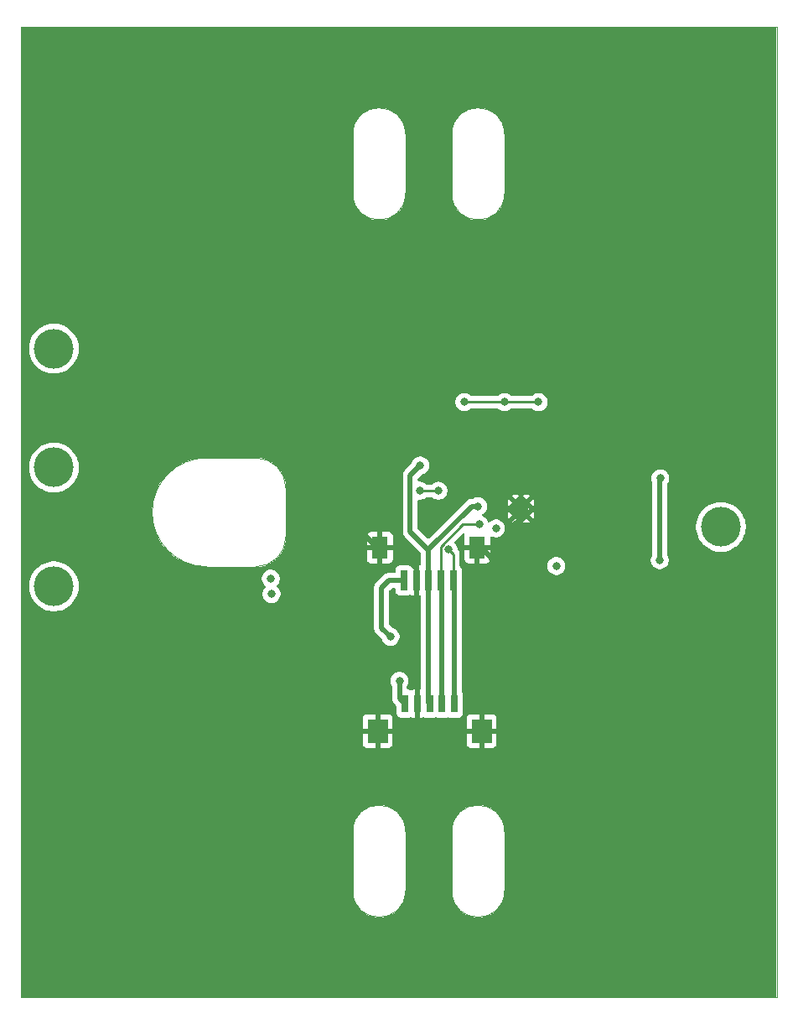
<source format=gbr>
%TF.GenerationSoftware,KiCad,Pcbnew,9.0.0*%
%TF.CreationDate,2025-05-06T20:13:05-04:00*%
%TF.ProjectId,xy_faces_CUpayload_v2,78795f66-6163-4657-935f-43557061796c,3.0*%
%TF.SameCoordinates,Original*%
%TF.FileFunction,Copper,L4,Bot*%
%TF.FilePolarity,Positive*%
%FSLAX46Y46*%
G04 Gerber Fmt 4.6, Leading zero omitted, Abs format (unit mm)*
G04 Created by KiCad (PCBNEW 9.0.0) date 2025-05-06 20:13:05*
%MOMM*%
%LPD*%
G01*
G04 APERTURE LIST*
%TA.AperFunction,HeatsinkPad*%
%ADD10C,0.500000*%
%TD*%
%TA.AperFunction,HeatsinkPad*%
%ADD11R,1.600000X1.800000*%
%TD*%
%TA.AperFunction,ComponentPad*%
%ADD12C,4.000000*%
%TD*%
%TA.AperFunction,SMDPad,CuDef*%
%ADD13R,0.700000X2.000000*%
%TD*%
%TA.AperFunction,SMDPad,CuDef*%
%ADD14R,1.600000X2.200000*%
%TD*%
%TA.AperFunction,SMDPad,CuDef*%
%ADD15R,0.730000X1.800000*%
%TD*%
%TA.AperFunction,SMDPad,CuDef*%
%ADD16R,0.700000X1.800000*%
%TD*%
%TA.AperFunction,SMDPad,CuDef*%
%ADD17R,2.000000X2.400000*%
%TD*%
%TA.AperFunction,ViaPad*%
%ADD18C,0.800000*%
%TD*%
%TA.AperFunction,Conductor*%
%ADD19C,0.500000*%
%TD*%
%TA.AperFunction,Conductor*%
%ADD20C,0.250000*%
%TD*%
%TA.AperFunction,Profile*%
%ADD21C,0.050000*%
%TD*%
%TA.AperFunction,Profile*%
%ADD22C,0.100000*%
%TD*%
G04 APERTURE END LIST*
D10*
%TO.P,U2,9,EP/GND*%
%TO.N,GND*%
X154375000Y-115070000D03*
X154375000Y-113770000D03*
D11*
X153825000Y-114420000D03*
D10*
X153275000Y-115070000D03*
X153275000Y-113770000D03*
%TD*%
D12*
%TO.P,H1,1*%
%TO.N,N/C*%
X174025000Y-116250000D03*
%TD*%
%TO.P,H1,1*%
%TO.N,N/C*%
X106650000Y-98250000D03*
%TD*%
%TO.P,H1,1*%
%TO.N,N/C*%
X106650000Y-122250000D03*
%TD*%
%TO.P,H1,1*%
%TO.N,N/C*%
X106650000Y-110250000D03*
%TD*%
D13*
%TO.P,CN1,1,1*%
%TO.N,SDA*%
X147000000Y-121660000D03*
%TO.P,CN1,2,2*%
%TO.N,SCL*%
X145750000Y-121660000D03*
%TO.P,CN1,3,3*%
%TO.N,+3V3*%
X144500000Y-121660000D03*
%TO.P,CN1,4,4*%
%TO.N,GND*%
X143250000Y-121660000D03*
%TO.P,CN1,5,5*%
%TO.N,VSOLAR*%
X142000000Y-121660000D03*
D14*
%TO.P,CN1,6,6*%
%TO.N,GND*%
X139580000Y-118340000D03*
%TO.P,CN1,7,7*%
X149420000Y-118340000D03*
%TD*%
D15*
%TO.P,CN2,1,1*%
%TO.N,SDA*%
X147085000Y-134100000D03*
D16*
%TO.P,CN2,2,2*%
%TO.N,SCL*%
X145850000Y-134100001D03*
%TO.P,CN2,3,3*%
%TO.N,+3V3*%
X144600000Y-134100000D03*
%TO.P,CN2,4,4*%
%TO.N,GND*%
X143350000Y-134100001D03*
%TO.P,CN2,5,5*%
%TO.N,VSOLAR*%
X142100000Y-134100000D03*
D17*
%TO.P,CN2,6,6*%
%TO.N,GND*%
X139349999Y-136880000D03*
%TO.P,CN2,7,7*%
X149850001Y-136880000D03*
%TD*%
D18*
%TO.N,GND*%
X176550000Y-119550000D03*
X142075000Y-119325000D03*
%TO.N,+3V3*%
X143600000Y-112600000D03*
X155600000Y-103650000D03*
X149500000Y-114160000D03*
X148100000Y-103650000D03*
X151300000Y-116400000D03*
X152150000Y-103650000D03*
X143640000Y-110050000D03*
X145500000Y-112600000D03*
%TO.N,VSOLAR*%
X141550000Y-131800000D03*
%TO.N,GND*%
X138700000Y-128150000D03*
X168000000Y-156390000D03*
X144450000Y-156250000D03*
X153400000Y-116000000D03*
X137600000Y-116650000D03*
X149675000Y-112100000D03*
%TO.N,VSOLAR*%
X157400000Y-120200000D03*
X140650000Y-127350000D03*
%TO.N,GND*%
X150000000Y-131000000D03*
X121120000Y-156220000D03*
X137912500Y-112600000D03*
X141700000Y-138000000D03*
X151000000Y-119500000D03*
%TO.N,SDA*%
X146500000Y-118500000D03*
X128560000Y-121470000D03*
%TO.N,SCL*%
X128630000Y-123030000D03*
X149600000Y-115990000D03*
%TO.N,Net-(SC5--)*%
X167900000Y-111350000D03*
X167850000Y-119600000D03*
%TD*%
D19*
%TO.N,GND*%
X143250000Y-120500000D02*
X142075000Y-119325000D01*
X143250000Y-121660000D02*
X143250000Y-120500000D01*
%TO.N,+3V3*%
X144500000Y-118500000D02*
X148840000Y-114160000D01*
X144600000Y-134100000D02*
X144500000Y-134000000D01*
X148840000Y-114160000D02*
X149500000Y-114160000D01*
X142649000Y-111041000D02*
X143640000Y-110050000D01*
D20*
X152150000Y-103650000D02*
X155600000Y-103650000D01*
D19*
X144396504Y-118500000D02*
X142649000Y-116752496D01*
X144500000Y-118500000D02*
X144396504Y-118500000D01*
X142649000Y-116752496D02*
X142649000Y-111041000D01*
X144500000Y-121660000D02*
X144500000Y-118500000D01*
D20*
X148100000Y-103650000D02*
X152150000Y-103650000D01*
D19*
X144500000Y-134000000D02*
X144500000Y-121660000D01*
D20*
X143600000Y-112600000D02*
X145500000Y-112600000D01*
D19*
%TO.N,GND*%
X149850001Y-136880000D02*
X149850001Y-131149999D01*
%TO.N,VSOLAR*%
X139750000Y-126450000D02*
X139750000Y-122400000D01*
%TO.N,GND*%
X149850001Y-131149999D02*
X150000000Y-131000000D01*
%TO.N,VSOLAR*%
X142000000Y-134000000D02*
X142100000Y-134100000D01*
%TO.N,GND*%
X139349999Y-136880000D02*
X139349999Y-128799999D01*
%TO.N,VSOLAR*%
X140650000Y-127350000D02*
X139750000Y-126450000D01*
%TO.N,GND*%
X139580000Y-118340000D02*
X139290000Y-118340000D01*
%TO.N,VSOLAR*%
X141550000Y-133550000D02*
X142100000Y-134100000D01*
%TO.N,GND*%
X143350000Y-136350000D02*
X141700000Y-138000000D01*
X149420000Y-118340000D02*
X149840000Y-118340000D01*
X149840000Y-118340000D02*
X151000000Y-119500000D01*
X139349999Y-128799999D02*
X138700000Y-128150000D01*
X139290000Y-118340000D02*
X137600000Y-116650000D01*
X143350000Y-134100001D02*
X143350000Y-136350000D01*
%TO.N,VSOLAR*%
X139750000Y-122400000D02*
X140490000Y-121660000D01*
%TO.N,GND*%
X139580000Y-118340000D02*
X139660000Y-118340000D01*
%TO.N,VSOLAR*%
X141550000Y-131800000D02*
X141550000Y-133550000D01*
X140490000Y-121660000D02*
X142000000Y-121660000D01*
%TO.N,SDA*%
X147085000Y-121745000D02*
X147000000Y-121660000D01*
D20*
X146500000Y-118500000D02*
X147000000Y-119000000D01*
D19*
X147085000Y-134100000D02*
X147085000Y-121745000D01*
D20*
X147000000Y-119000000D02*
X147000000Y-121660000D01*
D19*
%TO.N,SCL*%
X145850000Y-121760000D02*
X145750000Y-121660000D01*
D20*
X149600000Y-115990000D02*
X147983280Y-115990000D01*
X145750000Y-118223280D02*
X145750000Y-121660000D01*
D19*
X145850000Y-134100001D02*
X145850000Y-121760000D01*
D20*
X147983280Y-115990000D02*
X145750000Y-118223280D01*
D19*
%TO.N,Net-(SC5--)*%
X167850000Y-111400000D02*
X167900000Y-111350000D01*
X167850000Y-119600000D02*
X167850000Y-111400000D01*
%TD*%
%TA.AperFunction,Conductor*%
%TO.N,GND*%
G36*
X179566621Y-65795502D02*
G01*
X179613114Y-65849158D01*
X179624500Y-65901500D01*
X179624500Y-163598500D01*
X179604498Y-163666621D01*
X179550842Y-163713114D01*
X179498500Y-163724500D01*
X103501500Y-163724500D01*
X103433379Y-163704498D01*
X103386886Y-163650842D01*
X103375500Y-163598500D01*
X103375500Y-146844167D01*
X136824500Y-146844167D01*
X136824500Y-153155832D01*
X136860681Y-153465378D01*
X136860682Y-153465384D01*
X136932557Y-153768645D01*
X136932558Y-153768650D01*
X137039146Y-154061497D01*
X137039151Y-154061509D01*
X137179024Y-154340021D01*
X137350279Y-154600400D01*
X137550610Y-154839147D01*
X137777310Y-155053028D01*
X137920893Y-155159921D01*
X138027297Y-155239136D01*
X138297203Y-155394966D01*
X138583374Y-155518408D01*
X138881942Y-155607793D01*
X139188867Y-155661913D01*
X139500000Y-155680034D01*
X139811133Y-155661913D01*
X140118058Y-155607793D01*
X140416626Y-155518408D01*
X140702797Y-155394966D01*
X140972703Y-155239136D01*
X141222693Y-155053025D01*
X141449386Y-154839151D01*
X141649717Y-154600405D01*
X141820978Y-154340017D01*
X141960850Y-154061507D01*
X142067444Y-153768642D01*
X142139318Y-153465383D01*
X142175500Y-153155830D01*
X142175500Y-153000000D01*
X142175500Y-152991715D01*
X142175500Y-146989438D01*
X142175500Y-146844170D01*
X142175500Y-146844167D01*
X146824500Y-146844167D01*
X146824500Y-153155832D01*
X146860681Y-153465378D01*
X146860682Y-153465384D01*
X146932557Y-153768645D01*
X146932558Y-153768650D01*
X147039146Y-154061497D01*
X147039151Y-154061509D01*
X147179024Y-154340021D01*
X147350279Y-154600400D01*
X147550610Y-154839147D01*
X147777310Y-155053028D01*
X147920893Y-155159921D01*
X148027297Y-155239136D01*
X148297203Y-155394966D01*
X148583374Y-155518408D01*
X148881942Y-155607793D01*
X149188867Y-155661913D01*
X149500000Y-155680034D01*
X149811133Y-155661913D01*
X150118058Y-155607793D01*
X150416626Y-155518408D01*
X150702797Y-155394966D01*
X150972703Y-155239136D01*
X151222693Y-155053025D01*
X151449386Y-154839151D01*
X151649717Y-154600405D01*
X151820978Y-154340017D01*
X151960850Y-154061507D01*
X152067444Y-153768642D01*
X152139318Y-153465383D01*
X152175500Y-153155830D01*
X152175500Y-153000000D01*
X152175500Y-152991715D01*
X152175500Y-146989438D01*
X152175500Y-146844170D01*
X152139318Y-146534617D01*
X152067444Y-146231358D01*
X151960850Y-145938493D01*
X151820978Y-145659983D01*
X151820975Y-145659978D01*
X151649720Y-145399599D01*
X151449389Y-145160852D01*
X151222689Y-144946971D01*
X150972718Y-144760875D01*
X150972715Y-144760873D01*
X150972703Y-144760864D01*
X150702797Y-144605034D01*
X150702798Y-144605034D01*
X150702794Y-144605032D01*
X150416633Y-144481595D01*
X150416632Y-144481594D01*
X150416626Y-144481592D01*
X150118058Y-144392207D01*
X150118059Y-144392207D01*
X150023309Y-144375500D01*
X149811133Y-144338087D01*
X149811129Y-144338086D01*
X149811125Y-144338086D01*
X149500000Y-144319966D01*
X149188877Y-144338086D01*
X149188871Y-144338086D01*
X148881941Y-144392207D01*
X148754360Y-144430402D01*
X148583374Y-144481592D01*
X148583372Y-144481593D01*
X148583366Y-144481595D01*
X148297205Y-144605032D01*
X148297200Y-144605035D01*
X148027308Y-144760857D01*
X148027281Y-144760875D01*
X147777310Y-144946971D01*
X147550610Y-145160852D01*
X147350279Y-145399599D01*
X147179024Y-145659978D01*
X147039151Y-145938490D01*
X147039146Y-145938502D01*
X146932558Y-146231349D01*
X146932557Y-146231354D01*
X146860682Y-146534615D01*
X146860681Y-146534621D01*
X146824500Y-146844167D01*
X142175500Y-146844167D01*
X142139318Y-146534617D01*
X142067444Y-146231358D01*
X141960850Y-145938493D01*
X141820978Y-145659983D01*
X141820975Y-145659978D01*
X141649720Y-145399599D01*
X141449389Y-145160852D01*
X141222689Y-144946971D01*
X140972718Y-144760875D01*
X140972715Y-144760873D01*
X140972703Y-144760864D01*
X140702797Y-144605034D01*
X140702798Y-144605034D01*
X140702794Y-144605032D01*
X140416633Y-144481595D01*
X140416632Y-144481594D01*
X140416626Y-144481592D01*
X140118058Y-144392207D01*
X140118059Y-144392207D01*
X140023309Y-144375500D01*
X139811133Y-144338087D01*
X139811129Y-144338086D01*
X139811125Y-144338086D01*
X139500000Y-144319966D01*
X139188877Y-144338086D01*
X139188871Y-144338086D01*
X138881941Y-144392207D01*
X138754360Y-144430402D01*
X138583374Y-144481592D01*
X138583372Y-144481593D01*
X138583366Y-144481595D01*
X138297205Y-144605032D01*
X138297200Y-144605035D01*
X138027308Y-144760857D01*
X138027281Y-144760875D01*
X137777310Y-144946971D01*
X137550610Y-145160852D01*
X137350279Y-145399599D01*
X137179024Y-145659978D01*
X137039151Y-145938490D01*
X137039146Y-145938502D01*
X136932558Y-146231349D01*
X136932557Y-146231354D01*
X136860682Y-146534615D01*
X136860681Y-146534621D01*
X136824500Y-146844167D01*
X103375500Y-146844167D01*
X103375500Y-138128597D01*
X137841999Y-138128597D01*
X137848504Y-138189093D01*
X137899554Y-138325964D01*
X137899554Y-138325965D01*
X137987094Y-138442904D01*
X138104033Y-138530444D01*
X138240905Y-138581494D01*
X138301401Y-138587999D01*
X138301414Y-138588000D01*
X139095999Y-138588000D01*
X139603999Y-138588000D01*
X140398584Y-138588000D01*
X140398596Y-138587999D01*
X140459092Y-138581494D01*
X140595963Y-138530444D01*
X140595964Y-138530444D01*
X140712903Y-138442904D01*
X140800443Y-138325965D01*
X140800443Y-138325964D01*
X140851493Y-138189093D01*
X140857998Y-138128597D01*
X148342001Y-138128597D01*
X148348506Y-138189093D01*
X148399556Y-138325964D01*
X148399556Y-138325965D01*
X148487096Y-138442904D01*
X148604035Y-138530444D01*
X148740907Y-138581494D01*
X148801403Y-138587999D01*
X148801416Y-138588000D01*
X149596001Y-138588000D01*
X150104001Y-138588000D01*
X150898586Y-138588000D01*
X150898598Y-138587999D01*
X150959094Y-138581494D01*
X151095965Y-138530444D01*
X151095966Y-138530444D01*
X151212905Y-138442904D01*
X151300445Y-138325965D01*
X151300445Y-138325964D01*
X151351495Y-138189093D01*
X151358000Y-138128597D01*
X151358001Y-138128585D01*
X151358001Y-137134000D01*
X150104001Y-137134000D01*
X150104001Y-138588000D01*
X149596001Y-138588000D01*
X149596001Y-137134000D01*
X148342001Y-137134000D01*
X148342001Y-138128597D01*
X140857998Y-138128597D01*
X140857999Y-138128585D01*
X140857999Y-137134000D01*
X139603999Y-137134000D01*
X139603999Y-138588000D01*
X139095999Y-138588000D01*
X139095999Y-137134000D01*
X137841999Y-137134000D01*
X137841999Y-138128597D01*
X103375500Y-138128597D01*
X103375500Y-135631402D01*
X137841999Y-135631402D01*
X137841999Y-136626000D01*
X139095999Y-136626000D01*
X139603999Y-136626000D01*
X140857999Y-136626000D01*
X140857999Y-135631414D01*
X140857998Y-135631402D01*
X148342001Y-135631402D01*
X148342001Y-136626000D01*
X149596001Y-136626000D01*
X150104001Y-136626000D01*
X151358001Y-136626000D01*
X151358001Y-135631414D01*
X151358000Y-135631402D01*
X151351495Y-135570906D01*
X151300445Y-135434035D01*
X151300445Y-135434034D01*
X151212905Y-135317095D01*
X151095966Y-135229555D01*
X150959094Y-135178505D01*
X150898598Y-135172000D01*
X150104001Y-135172000D01*
X150104001Y-136626000D01*
X149596001Y-136626000D01*
X149596001Y-135172000D01*
X148801403Y-135172000D01*
X148740907Y-135178505D01*
X148604036Y-135229555D01*
X148604035Y-135229555D01*
X148487096Y-135317095D01*
X148399556Y-135434034D01*
X148399556Y-135434035D01*
X148348506Y-135570906D01*
X148342001Y-135631402D01*
X140857998Y-135631402D01*
X140851493Y-135570906D01*
X140800443Y-135434035D01*
X140800443Y-135434034D01*
X140712903Y-135317095D01*
X140595964Y-135229555D01*
X140459092Y-135178505D01*
X140398596Y-135172000D01*
X139603999Y-135172000D01*
X139603999Y-136626000D01*
X139095999Y-136626000D01*
X139095999Y-135172000D01*
X138301401Y-135172000D01*
X138240905Y-135178505D01*
X138104034Y-135229555D01*
X138104033Y-135229555D01*
X137987094Y-135317095D01*
X137899554Y-135434034D01*
X137899554Y-135434035D01*
X137848504Y-135570906D01*
X137841999Y-135631402D01*
X103375500Y-135631402D01*
X103375500Y-131710518D01*
X140641500Y-131710518D01*
X140641500Y-131710521D01*
X140641500Y-131889479D01*
X140676413Y-132065000D01*
X140744898Y-132230336D01*
X140744899Y-132230337D01*
X140770265Y-132268300D01*
X140791480Y-132336053D01*
X140791500Y-132338302D01*
X140791500Y-133475295D01*
X140791500Y-133624705D01*
X140820649Y-133771247D01*
X140877826Y-133909284D01*
X140960834Y-134033515D01*
X140960838Y-134033519D01*
X141204595Y-134277276D01*
X141238621Y-134339588D01*
X141241500Y-134366371D01*
X141241500Y-135048649D01*
X141248009Y-135109196D01*
X141248011Y-135109204D01*
X141299110Y-135246202D01*
X141299112Y-135246207D01*
X141386738Y-135363261D01*
X141503792Y-135450887D01*
X141503794Y-135450888D01*
X141503796Y-135450889D01*
X141534036Y-135462168D01*
X141640795Y-135501988D01*
X141640803Y-135501990D01*
X141701350Y-135508499D01*
X141701355Y-135508499D01*
X141701362Y-135508500D01*
X141701368Y-135508500D01*
X142498632Y-135508500D01*
X142498638Y-135508500D01*
X142498645Y-135508499D01*
X142498649Y-135508499D01*
X142559196Y-135501990D01*
X142559199Y-135501989D01*
X142559201Y-135501989D01*
X142559204Y-135501988D01*
X142681681Y-135456306D01*
X142752497Y-135451240D01*
X142769747Y-135456305D01*
X142890907Y-135501495D01*
X142951402Y-135508000D01*
X142951415Y-135508001D01*
X143096000Y-135508001D01*
X143096000Y-132692001D01*
X142951402Y-132692001D01*
X142890904Y-132698506D01*
X142769746Y-132743695D01*
X142698931Y-132748759D01*
X142681688Y-132743696D01*
X142559201Y-132698011D01*
X142559199Y-132698010D01*
X142559197Y-132698010D01*
X142559196Y-132698009D01*
X142498649Y-132691500D01*
X142498638Y-132691500D01*
X142434500Y-132691500D01*
X142425674Y-132688908D01*
X142416568Y-132690218D01*
X142392142Y-132679062D01*
X142366379Y-132671498D01*
X142360354Y-132664544D01*
X142351988Y-132660724D01*
X142337473Y-132638138D01*
X142319886Y-132617842D01*
X142317561Y-132607155D01*
X142313604Y-132600998D01*
X142308500Y-132565500D01*
X142308500Y-132338302D01*
X142328502Y-132270181D01*
X142329735Y-132268300D01*
X142355102Y-132230336D01*
X142423587Y-132065000D01*
X142458500Y-131889479D01*
X142458500Y-131710521D01*
X142423587Y-131535000D01*
X142355102Y-131369664D01*
X142255678Y-131220865D01*
X142129135Y-131094322D01*
X141980336Y-130994898D01*
X141863429Y-130946473D01*
X141815003Y-130926414D01*
X141815001Y-130926413D01*
X141815000Y-130926413D01*
X141726645Y-130908838D01*
X141639481Y-130891500D01*
X141639479Y-130891500D01*
X141460521Y-130891500D01*
X141460518Y-130891500D01*
X141329771Y-130917507D01*
X141285000Y-130926413D01*
X141284999Y-130926413D01*
X141284996Y-130926414D01*
X141119662Y-130994899D01*
X140970869Y-131094319D01*
X140970862Y-131094324D01*
X140844324Y-131220862D01*
X140844319Y-131220869D01*
X140744899Y-131369662D01*
X140676414Y-131534996D01*
X140641500Y-131710518D01*
X103375500Y-131710518D01*
X103375500Y-122109124D01*
X104141500Y-122109124D01*
X104141500Y-122390875D01*
X104173045Y-122670855D01*
X104235741Y-122945542D01*
X104328789Y-123211456D01*
X104328800Y-123211483D01*
X104451043Y-123465324D01*
X104600942Y-123703885D01*
X104776604Y-123924160D01*
X104975839Y-124123395D01*
X105196114Y-124299057D01*
X105434675Y-124448956D01*
X105434678Y-124448957D01*
X105434679Y-124448958D01*
X105688526Y-124571204D01*
X105688542Y-124571209D01*
X105688543Y-124571210D01*
X105954457Y-124664258D01*
X105954460Y-124664258D01*
X105954464Y-124664260D01*
X106229144Y-124726954D01*
X106229145Y-124726954D01*
X106229148Y-124726955D01*
X106394271Y-124745559D01*
X106509124Y-124758500D01*
X106509126Y-124758500D01*
X106790876Y-124758500D01*
X106861977Y-124750488D01*
X107070852Y-124726955D01*
X107345536Y-124664260D01*
X107611474Y-124571204D01*
X107865321Y-124448958D01*
X108103884Y-124299058D01*
X108147940Y-124263924D01*
X108324160Y-124123395D01*
X108523395Y-123924160D01*
X108699057Y-123703885D01*
X108848956Y-123465324D01*
X108848955Y-123465324D01*
X108848958Y-123465321D01*
X108971204Y-123211474D01*
X109064260Y-122945536D01*
X109126955Y-122670852D01*
X109158500Y-122390874D01*
X109158500Y-122109126D01*
X109126955Y-121829148D01*
X109064260Y-121554464D01*
X109064258Y-121554457D01*
X109015791Y-121415946D01*
X109003394Y-121380518D01*
X127651500Y-121380518D01*
X127651500Y-121380521D01*
X127651500Y-121559479D01*
X127686413Y-121735000D01*
X127754898Y-121900336D01*
X127854322Y-122049135D01*
X127980865Y-122175678D01*
X127984279Y-122177959D01*
X128029805Y-122232437D01*
X128038651Y-122302881D01*
X128008008Y-122366924D01*
X128003370Y-122371817D01*
X127924320Y-122450867D01*
X127924319Y-122450869D01*
X127824899Y-122599662D01*
X127756414Y-122764996D01*
X127756413Y-122764999D01*
X127756413Y-122765000D01*
X127754052Y-122776868D01*
X127721500Y-122940518D01*
X127721500Y-123119481D01*
X127731251Y-123168500D01*
X127756413Y-123295000D01*
X127824898Y-123460336D01*
X127924322Y-123609135D01*
X128050865Y-123735678D01*
X128199664Y-123835102D01*
X128365000Y-123903587D01*
X128540521Y-123938500D01*
X128540522Y-123938500D01*
X128719478Y-123938500D01*
X128719479Y-123938500D01*
X128895000Y-123903587D01*
X129060336Y-123835102D01*
X129209135Y-123735678D01*
X129335678Y-123609135D01*
X129435102Y-123460336D01*
X129503587Y-123295000D01*
X129538500Y-123119479D01*
X129538500Y-122940521D01*
X129503587Y-122765000D01*
X129435102Y-122599664D01*
X129335678Y-122450865D01*
X129210103Y-122325290D01*
X138991500Y-122325290D01*
X138991500Y-126524711D01*
X138995516Y-126544898D01*
X139006074Y-126597976D01*
X139020649Y-126671247D01*
X139077826Y-126809284D01*
X139160834Y-126933515D01*
X139160838Y-126933519D01*
X139733020Y-127505701D01*
X139767046Y-127568013D01*
X139767503Y-127570207D01*
X139776413Y-127615000D01*
X139844898Y-127780336D01*
X139944322Y-127929135D01*
X140070865Y-128055678D01*
X140219664Y-128155102D01*
X140385000Y-128223587D01*
X140560521Y-128258500D01*
X140560522Y-128258500D01*
X140739478Y-128258500D01*
X140739479Y-128258500D01*
X140915000Y-128223587D01*
X141080336Y-128155102D01*
X141229135Y-128055678D01*
X141355678Y-127929135D01*
X141455102Y-127780336D01*
X141523587Y-127615000D01*
X141558500Y-127439479D01*
X141558500Y-127260521D01*
X141523587Y-127085000D01*
X141455102Y-126919664D01*
X141355678Y-126770865D01*
X141229135Y-126644322D01*
X141080336Y-126544898D01*
X140915000Y-126476413D01*
X140870211Y-126467503D01*
X140807303Y-126434595D01*
X140805701Y-126433020D01*
X140545405Y-126172724D01*
X140511379Y-126110412D01*
X140508500Y-126083629D01*
X140508500Y-122766371D01*
X140528502Y-122698250D01*
X140545405Y-122677276D01*
X140767276Y-122455405D01*
X140794644Y-122440460D01*
X140820873Y-122423604D01*
X140827171Y-122422698D01*
X140829588Y-122421379D01*
X140856371Y-122418500D01*
X141015500Y-122418500D01*
X141083621Y-122438502D01*
X141130114Y-122492158D01*
X141141500Y-122544500D01*
X141141500Y-122708649D01*
X141148009Y-122769196D01*
X141148011Y-122769204D01*
X141199110Y-122906202D01*
X141199112Y-122906207D01*
X141286738Y-123023261D01*
X141403792Y-123110887D01*
X141403794Y-123110888D01*
X141403796Y-123110889D01*
X141426832Y-123119481D01*
X141540795Y-123161988D01*
X141540803Y-123161990D01*
X141601350Y-123168499D01*
X141601355Y-123168499D01*
X141601362Y-123168500D01*
X141601368Y-123168500D01*
X142398632Y-123168500D01*
X142398638Y-123168500D01*
X142398645Y-123168499D01*
X142398649Y-123168499D01*
X142459196Y-123161990D01*
X142459201Y-123161989D01*
X142460528Y-123161494D01*
X142581683Y-123116304D01*
X142652497Y-123111239D01*
X142669748Y-123116305D01*
X142790903Y-123161494D01*
X142851402Y-123167999D01*
X142851415Y-123168000D01*
X142996000Y-123168000D01*
X142996000Y-120152000D01*
X142851402Y-120152000D01*
X142790905Y-120158505D01*
X142669746Y-120203695D01*
X142598930Y-120208759D01*
X142581681Y-120203694D01*
X142459204Y-120158011D01*
X142459196Y-120158009D01*
X142398649Y-120151500D01*
X142398638Y-120151500D01*
X141601362Y-120151500D01*
X141601350Y-120151500D01*
X141540803Y-120158009D01*
X141540795Y-120158011D01*
X141403797Y-120209110D01*
X141403792Y-120209112D01*
X141286738Y-120296738D01*
X141199112Y-120413792D01*
X141199110Y-120413797D01*
X141148011Y-120550795D01*
X141148009Y-120550803D01*
X141141500Y-120611350D01*
X141141500Y-120775500D01*
X141121498Y-120843621D01*
X141067842Y-120890114D01*
X141015500Y-120901500D01*
X140415288Y-120901500D01*
X140342024Y-120916073D01*
X140342024Y-120916074D01*
X140268753Y-120930649D01*
X140268751Y-120930649D01*
X140268750Y-120930650D01*
X140268749Y-120930650D01*
X140130715Y-120987826D01*
X140006489Y-121070831D01*
X140006482Y-121070836D01*
X139160838Y-121916480D01*
X139160834Y-121916485D01*
X139077826Y-122040716D01*
X139074339Y-122049135D01*
X139054155Y-122097864D01*
X139054154Y-122097865D01*
X139020652Y-122178742D01*
X139020649Y-122178752D01*
X138991500Y-122325290D01*
X129210103Y-122325290D01*
X129209135Y-122324322D01*
X129196561Y-122315920D01*
X129188600Y-122308300D01*
X129176179Y-122286691D01*
X129160195Y-122267565D01*
X129158799Y-122256454D01*
X129153220Y-122246747D01*
X129154453Y-122221853D01*
X129151348Y-122197122D01*
X129156180Y-122187021D01*
X129156735Y-122175837D01*
X129171232Y-122155560D01*
X129181989Y-122133078D01*
X129186593Y-122128219D01*
X129265678Y-122049135D01*
X129365102Y-121900336D01*
X129433587Y-121735000D01*
X129468500Y-121559479D01*
X129468500Y-121380521D01*
X129433587Y-121205000D01*
X129365102Y-121039664D01*
X129265678Y-120890865D01*
X129139135Y-120764322D01*
X128990336Y-120664898D01*
X128861061Y-120611350D01*
X128825003Y-120596414D01*
X128825001Y-120596413D01*
X128825000Y-120596413D01*
X128721552Y-120575836D01*
X128649481Y-120561500D01*
X128649479Y-120561500D01*
X128470521Y-120561500D01*
X128470518Y-120561500D01*
X128339771Y-120587507D01*
X128295000Y-120596413D01*
X128294999Y-120596413D01*
X128294996Y-120596414D01*
X128129662Y-120664899D01*
X127980869Y-120764319D01*
X127980862Y-120764324D01*
X127854324Y-120890862D01*
X127854319Y-120890869D01*
X127754899Y-121039662D01*
X127686414Y-121204996D01*
X127651500Y-121380518D01*
X109003394Y-121380518D01*
X108971210Y-121288543D01*
X108971209Y-121288542D01*
X108971204Y-121288526D01*
X108848958Y-121034679D01*
X108848957Y-121034678D01*
X108848956Y-121034675D01*
X108699057Y-120796114D01*
X108523395Y-120575839D01*
X108324160Y-120376604D01*
X108103885Y-120200942D01*
X107865324Y-120051043D01*
X107611483Y-119928800D01*
X107611478Y-119928798D01*
X107611474Y-119928796D01*
X107611468Y-119928793D01*
X107611456Y-119928789D01*
X107345542Y-119835741D01*
X107070854Y-119773045D01*
X107070857Y-119773045D01*
X106790876Y-119741500D01*
X106790874Y-119741500D01*
X106509126Y-119741500D01*
X106509124Y-119741500D01*
X106229144Y-119773045D01*
X105954457Y-119835741D01*
X105688543Y-119928789D01*
X105688516Y-119928800D01*
X105434675Y-120051043D01*
X105196114Y-120200942D01*
X104975839Y-120376604D01*
X104776604Y-120575839D01*
X104600942Y-120796114D01*
X104451043Y-121034675D01*
X104328800Y-121288516D01*
X104328789Y-121288543D01*
X104235741Y-121554457D01*
X104173045Y-121829144D01*
X104141500Y-122109124D01*
X103375500Y-122109124D01*
X103375500Y-114990458D01*
X116548980Y-114990458D01*
X116585604Y-115445028D01*
X116659638Y-115895001D01*
X116659641Y-115895014D01*
X116659642Y-115895018D01*
X116678364Y-115969662D01*
X116770587Y-116337362D01*
X116917675Y-116769015D01*
X116958902Y-116863588D01*
X117099916Y-117187069D01*
X117316053Y-117588637D01*
X117564613Y-117970986D01*
X117641057Y-118069664D01*
X117843900Y-118331505D01*
X118151988Y-118667713D01*
X118152007Y-118667732D01*
X118486814Y-118977354D01*
X118486827Y-118977365D01*
X118839085Y-119252829D01*
X118846056Y-119258280D01*
X119227268Y-119508579D01*
X119433638Y-119620869D01*
X119627840Y-119726539D01*
X119627843Y-119726540D01*
X119627848Y-119726543D01*
X120045058Y-119910683D01*
X120045060Y-119910683D01*
X120045063Y-119910685D01*
X120193264Y-119961940D01*
X120476050Y-120059741D01*
X120917879Y-120172699D01*
X121367527Y-120248785D01*
X121821923Y-120287480D01*
X122020842Y-120287932D01*
X122039413Y-120287975D01*
X122039438Y-120288000D01*
X122049942Y-120288000D01*
X122058227Y-120288019D01*
X122058227Y-120288018D01*
X122077854Y-120288063D01*
X122078258Y-120288000D01*
X127233557Y-120288000D01*
X127233560Y-120288000D01*
X127548942Y-120254852D01*
X127859132Y-120188919D01*
X127859133Y-120188918D01*
X127859136Y-120188918D01*
X128160725Y-120090926D01*
X128160725Y-120090925D01*
X128160730Y-120090924D01*
X128450433Y-119961940D01*
X128725067Y-119803380D01*
X128725072Y-119803376D01*
X128725076Y-119803374D01*
X128834325Y-119723999D01*
X128981622Y-119616982D01*
X129124207Y-119488597D01*
X138272000Y-119488597D01*
X138278505Y-119549093D01*
X138329555Y-119685964D01*
X138329555Y-119685965D01*
X138417095Y-119802904D01*
X138534034Y-119890444D01*
X138670906Y-119941494D01*
X138731402Y-119947999D01*
X138731415Y-119948000D01*
X139326000Y-119948000D01*
X139834000Y-119948000D01*
X140428585Y-119948000D01*
X140428597Y-119947999D01*
X140489093Y-119941494D01*
X140625964Y-119890444D01*
X140625965Y-119890444D01*
X140742904Y-119802904D01*
X140830444Y-119685965D01*
X140830444Y-119685964D01*
X140881494Y-119549093D01*
X140887999Y-119488597D01*
X140888000Y-119488585D01*
X140888000Y-118594000D01*
X139834000Y-118594000D01*
X139834000Y-119948000D01*
X139326000Y-119948000D01*
X139326000Y-118594000D01*
X138272000Y-118594000D01*
X138272000Y-119488597D01*
X129124207Y-119488597D01*
X129217287Y-119404787D01*
X129429482Y-119169122D01*
X129574249Y-118969867D01*
X129615874Y-118912576D01*
X129615876Y-118912572D01*
X129615880Y-118912567D01*
X129774440Y-118637933D01*
X129845691Y-118477902D01*
X129875690Y-118410521D01*
X129903424Y-118348230D01*
X129908859Y-118331505D01*
X130001418Y-118046636D01*
X130027451Y-117924160D01*
X130067352Y-117736442D01*
X130100500Y-117421060D01*
X130100500Y-117262500D01*
X130100500Y-117254215D01*
X130100500Y-117191402D01*
X138272000Y-117191402D01*
X138272000Y-118086000D01*
X139326000Y-118086000D01*
X139834000Y-118086000D01*
X140888000Y-118086000D01*
X140888000Y-117191414D01*
X140887999Y-117191402D01*
X140881494Y-117130906D01*
X140830444Y-116994035D01*
X140830444Y-116994034D01*
X140742904Y-116877095D01*
X140625965Y-116789555D01*
X140489093Y-116738505D01*
X140428597Y-116732000D01*
X139834000Y-116732000D01*
X139834000Y-118086000D01*
X139326000Y-118086000D01*
X139326000Y-116732000D01*
X138731402Y-116732000D01*
X138670906Y-116738505D01*
X138534035Y-116789555D01*
X138534034Y-116789555D01*
X138417095Y-116877095D01*
X138329555Y-116994034D01*
X138329555Y-116994035D01*
X138278505Y-117130906D01*
X138272000Y-117191402D01*
X130100500Y-117191402D01*
X130100500Y-112276938D01*
X130100500Y-112128940D01*
X130067352Y-111813558D01*
X130001419Y-111503368D01*
X130001418Y-111503363D01*
X129903426Y-111201774D01*
X129903425Y-111201773D01*
X129902330Y-111199314D01*
X129798582Y-110966290D01*
X141890500Y-110966290D01*
X141890500Y-116827202D01*
X141897738Y-116863588D01*
X141905996Y-116905104D01*
X141919649Y-116973743D01*
X141976826Y-117111780D01*
X142059834Y-117236011D01*
X142059838Y-117236015D01*
X143704595Y-118880772D01*
X143738621Y-118943084D01*
X143741500Y-118969867D01*
X143741500Y-120026000D01*
X143721498Y-120094121D01*
X143667842Y-120140614D01*
X143615500Y-120152000D01*
X143504000Y-120152000D01*
X143504000Y-123168000D01*
X143615500Y-123168000D01*
X143683621Y-123188002D01*
X143730114Y-123241658D01*
X143741500Y-123294000D01*
X143741500Y-132566001D01*
X143721498Y-132634122D01*
X143667842Y-132680615D01*
X143615500Y-132692001D01*
X143604000Y-132692001D01*
X143604000Y-135508001D01*
X143748585Y-135508001D01*
X143748597Y-135508000D01*
X143809092Y-135501495D01*
X143930253Y-135456305D01*
X144001069Y-135451240D01*
X144018319Y-135456306D01*
X144140795Y-135501988D01*
X144140803Y-135501990D01*
X144201350Y-135508499D01*
X144201355Y-135508499D01*
X144201362Y-135508500D01*
X144201368Y-135508500D01*
X144998632Y-135508500D01*
X144998638Y-135508500D01*
X144998645Y-135508499D01*
X144998649Y-135508499D01*
X145059196Y-135501990D01*
X145059201Y-135501989D01*
X145060525Y-135501495D01*
X145180968Y-135456571D01*
X145251780Y-135451506D01*
X145269022Y-135456569D01*
X145351824Y-135487453D01*
X145390798Y-135501990D01*
X145390803Y-135501991D01*
X145451350Y-135508500D01*
X145451355Y-135508500D01*
X145451362Y-135508501D01*
X145451368Y-135508501D01*
X146248632Y-135508501D01*
X146248638Y-135508501D01*
X146248645Y-135508500D01*
X146248649Y-135508500D01*
X146309196Y-135501991D01*
X146309199Y-135501990D01*
X146309201Y-135501990D01*
X146309204Y-135501989D01*
X146415968Y-135462168D01*
X146486784Y-135457102D01*
X146504030Y-135462165D01*
X146610799Y-135501989D01*
X146610802Y-135501989D01*
X146610803Y-135501990D01*
X146671350Y-135508499D01*
X146671355Y-135508499D01*
X146671362Y-135508500D01*
X146671368Y-135508500D01*
X147498632Y-135508500D01*
X147498638Y-135508500D01*
X147498645Y-135508499D01*
X147498649Y-135508499D01*
X147552063Y-135502757D01*
X147559196Y-135501990D01*
X147559199Y-135501989D01*
X147559201Y-135501989D01*
X147560526Y-135501495D01*
X147578045Y-135494960D01*
X147696204Y-135450889D01*
X147718719Y-135434035D01*
X147813261Y-135363261D01*
X147900887Y-135246207D01*
X147900887Y-135246206D01*
X147900889Y-135246204D01*
X147951989Y-135109201D01*
X147958500Y-135048638D01*
X147958500Y-133151362D01*
X147958499Y-133151350D01*
X147951990Y-133090803D01*
X147951988Y-133090795D01*
X147900889Y-132953797D01*
X147900887Y-132953792D01*
X147868632Y-132910705D01*
X147843821Y-132844185D01*
X147843500Y-132835196D01*
X147843500Y-122814693D01*
X147850319Y-122776901D01*
X147850177Y-122776868D01*
X147850803Y-122774218D01*
X147851446Y-122770656D01*
X147851989Y-122769201D01*
X147852294Y-122766371D01*
X147858499Y-122708649D01*
X147858500Y-122708632D01*
X147858500Y-120611367D01*
X147858499Y-120611350D01*
X147851990Y-120550803D01*
X147851988Y-120550795D01*
X147800889Y-120413797D01*
X147800887Y-120413792D01*
X147713261Y-120296738D01*
X147683990Y-120274826D01*
X147681208Y-120271110D01*
X147676988Y-120269183D01*
X147660131Y-120242954D01*
X147641444Y-120217990D01*
X147640412Y-120212270D01*
X147638604Y-120209457D01*
X147633500Y-120173959D01*
X147633500Y-120110518D01*
X156491500Y-120110518D01*
X156491500Y-120289481D01*
X156504965Y-120357171D01*
X156526413Y-120465000D01*
X156594898Y-120630336D01*
X156694322Y-120779135D01*
X156820865Y-120905678D01*
X156969664Y-121005102D01*
X157135000Y-121073587D01*
X157310521Y-121108500D01*
X157310522Y-121108500D01*
X157489478Y-121108500D01*
X157489479Y-121108500D01*
X157665000Y-121073587D01*
X157830336Y-121005102D01*
X157979135Y-120905678D01*
X158105678Y-120779135D01*
X158205102Y-120630336D01*
X158273587Y-120465000D01*
X158308500Y-120289479D01*
X158308500Y-120110521D01*
X158273587Y-119935000D01*
X158205102Y-119769664D01*
X158105678Y-119620865D01*
X157995331Y-119510518D01*
X166941500Y-119510518D01*
X166941500Y-119689481D01*
X166957449Y-119769662D01*
X166971140Y-119838493D01*
X166976414Y-119865003D01*
X166996473Y-119913429D01*
X167044898Y-120030336D01*
X167144322Y-120179135D01*
X167270865Y-120305678D01*
X167419664Y-120405102D01*
X167585000Y-120473587D01*
X167760521Y-120508500D01*
X167760522Y-120508500D01*
X167939478Y-120508500D01*
X167939479Y-120508500D01*
X168115000Y-120473587D01*
X168280336Y-120405102D01*
X168429135Y-120305678D01*
X168555678Y-120179135D01*
X168655102Y-120030336D01*
X168723587Y-119865000D01*
X168758500Y-119689479D01*
X168758500Y-119510521D01*
X168723587Y-119335000D01*
X168655102Y-119169664D01*
X168629732Y-119131695D01*
X168608520Y-119063943D01*
X168608500Y-119061696D01*
X168608500Y-116109124D01*
X171516500Y-116109124D01*
X171516500Y-116390875D01*
X171548045Y-116670855D01*
X171610741Y-116945542D01*
X171703789Y-117211456D01*
X171703800Y-117211483D01*
X171826043Y-117465324D01*
X171975942Y-117703885D01*
X172151604Y-117924160D01*
X172350839Y-118123395D01*
X172571114Y-118299057D01*
X172809675Y-118448956D01*
X172809678Y-118448957D01*
X172809679Y-118448958D01*
X173063526Y-118571204D01*
X173063542Y-118571209D01*
X173063543Y-118571210D01*
X173329457Y-118664258D01*
X173329460Y-118664258D01*
X173329464Y-118664260D01*
X173604144Y-118726954D01*
X173604145Y-118726954D01*
X173604148Y-118726955D01*
X173769271Y-118745559D01*
X173884124Y-118758500D01*
X173884126Y-118758500D01*
X174165876Y-118758500D01*
X174243535Y-118749750D01*
X174445852Y-118726955D01*
X174720536Y-118664260D01*
X174986474Y-118571204D01*
X175240321Y-118448958D01*
X175478884Y-118299058D01*
X175522940Y-118263924D01*
X175699160Y-118123395D01*
X175898395Y-117924160D01*
X176074057Y-117703885D01*
X176223956Y-117465324D01*
X176223955Y-117465324D01*
X176223958Y-117465321D01*
X176346204Y-117211474D01*
X176422290Y-116994034D01*
X176439258Y-116945542D01*
X176439258Y-116945541D01*
X176439260Y-116945536D01*
X176501955Y-116670852D01*
X176533500Y-116390874D01*
X176533500Y-116109126D01*
X176501955Y-115829148D01*
X176439260Y-115554464D01*
X176393452Y-115423554D01*
X176346210Y-115288543D01*
X176346209Y-115288542D01*
X176346204Y-115288526D01*
X176223958Y-115034679D01*
X176223957Y-115034678D01*
X176223956Y-115034675D01*
X176074057Y-114796114D01*
X175898395Y-114575839D01*
X175699160Y-114376604D01*
X175478885Y-114200942D01*
X175240324Y-114051043D01*
X174986483Y-113928800D01*
X174986478Y-113928798D01*
X174986474Y-113928796D01*
X174986468Y-113928793D01*
X174986456Y-113928789D01*
X174720542Y-113835741D01*
X174445854Y-113773045D01*
X174445857Y-113773045D01*
X174165876Y-113741500D01*
X174165874Y-113741500D01*
X173884126Y-113741500D01*
X173884124Y-113741500D01*
X173604144Y-113773045D01*
X173329457Y-113835741D01*
X173063543Y-113928789D01*
X173063516Y-113928800D01*
X172809675Y-114051043D01*
X172571114Y-114200942D01*
X172350839Y-114376604D01*
X172151604Y-114575839D01*
X171975942Y-114796114D01*
X171826043Y-115034675D01*
X171703800Y-115288516D01*
X171703789Y-115288543D01*
X171610741Y-115554457D01*
X171548045Y-115829144D01*
X171516500Y-116109124D01*
X168608500Y-116109124D01*
X168608500Y-111963132D01*
X168628502Y-111895011D01*
X168629735Y-111893130D01*
X168705102Y-111780336D01*
X168773587Y-111615000D01*
X168808500Y-111439479D01*
X168808500Y-111260521D01*
X168773587Y-111085000D01*
X168705102Y-110919664D01*
X168605678Y-110770865D01*
X168479135Y-110644322D01*
X168330336Y-110544898D01*
X168213429Y-110496473D01*
X168165003Y-110476414D01*
X168165001Y-110476413D01*
X168165000Y-110476413D01*
X168076645Y-110458838D01*
X167989481Y-110441500D01*
X167989479Y-110441500D01*
X167810521Y-110441500D01*
X167810518Y-110441500D01*
X167679771Y-110467507D01*
X167635000Y-110476413D01*
X167634999Y-110476413D01*
X167634996Y-110476414D01*
X167469662Y-110544899D01*
X167320869Y-110644319D01*
X167320862Y-110644324D01*
X167194324Y-110770862D01*
X167194319Y-110770869D01*
X167131753Y-110864507D01*
X167094898Y-110919664D01*
X167086495Y-110939951D01*
X167026414Y-111084996D01*
X166991500Y-111260518D01*
X166991500Y-111439481D01*
X167026414Y-111615003D01*
X167052949Y-111679062D01*
X167066588Y-111711991D01*
X167081909Y-111748977D01*
X167091500Y-111797196D01*
X167091500Y-119061696D01*
X167071498Y-119129817D01*
X167070267Y-119131696D01*
X167044898Y-119169664D01*
X166976414Y-119334996D01*
X166941500Y-119510518D01*
X157995331Y-119510518D01*
X157979135Y-119494322D01*
X157830336Y-119394898D01*
X157685721Y-119334996D01*
X157665003Y-119326414D01*
X157665001Y-119326413D01*
X157665000Y-119326413D01*
X157576645Y-119308838D01*
X157489481Y-119291500D01*
X157489479Y-119291500D01*
X157310521Y-119291500D01*
X157310518Y-119291500D01*
X157179771Y-119317507D01*
X157135000Y-119326413D01*
X157134999Y-119326413D01*
X157134996Y-119326414D01*
X156969662Y-119394899D01*
X156820869Y-119494319D01*
X156820862Y-119494324D01*
X156694324Y-119620862D01*
X156694319Y-119620869D01*
X156594899Y-119769662D01*
X156526414Y-119934996D01*
X156526413Y-119934999D01*
X156526413Y-119935000D01*
X156523827Y-119948000D01*
X156491500Y-120110518D01*
X147633500Y-120110518D01*
X147633500Y-119488597D01*
X148112000Y-119488597D01*
X148118505Y-119549093D01*
X148169555Y-119685964D01*
X148169555Y-119685965D01*
X148257095Y-119802904D01*
X148374034Y-119890444D01*
X148510906Y-119941494D01*
X148571402Y-119947999D01*
X148571415Y-119948000D01*
X149166000Y-119948000D01*
X149674000Y-119948000D01*
X150268585Y-119948000D01*
X150268597Y-119947999D01*
X150329093Y-119941494D01*
X150465964Y-119890444D01*
X150465965Y-119890444D01*
X150582904Y-119802904D01*
X150670444Y-119685965D01*
X150670444Y-119685964D01*
X150721494Y-119549093D01*
X150727999Y-119488597D01*
X150728000Y-119488585D01*
X150728000Y-118594000D01*
X149674000Y-118594000D01*
X149674000Y-119948000D01*
X149166000Y-119948000D01*
X149166000Y-118594000D01*
X148112000Y-118594000D01*
X148112000Y-119488597D01*
X147633500Y-119488597D01*
X147633500Y-118937607D01*
X147633499Y-118937603D01*
X147609155Y-118815215D01*
X147602884Y-118800075D01*
X147561401Y-118699925D01*
X147492072Y-118596167D01*
X147442914Y-118547009D01*
X147440574Y-118544392D01*
X147426775Y-118515383D01*
X147411379Y-118487188D01*
X147410799Y-118481798D01*
X147410077Y-118480279D01*
X147410380Y-118477902D01*
X147408500Y-118460405D01*
X147408500Y-118410522D01*
X147408499Y-118410518D01*
X147373587Y-118235000D01*
X147305102Y-118069664D01*
X147205678Y-117920865D01*
X147205674Y-117920861D01*
X147166092Y-117881278D01*
X147132067Y-117818966D01*
X147137133Y-117748150D01*
X147166089Y-117703093D01*
X147935121Y-116934061D01*
X147997430Y-116900039D01*
X148068246Y-116905104D01*
X148125081Y-116947651D01*
X148149892Y-117014171D01*
X148142269Y-117067192D01*
X148118505Y-117130905D01*
X148112000Y-117191402D01*
X148112000Y-118086000D01*
X150728000Y-118086000D01*
X150728000Y-117334995D01*
X150748002Y-117266874D01*
X150801658Y-117220381D01*
X150871932Y-117210277D01*
X150902219Y-117218587D01*
X151034992Y-117273584D01*
X151034993Y-117273584D01*
X151035000Y-117273587D01*
X151210521Y-117308500D01*
X151210522Y-117308500D01*
X151389478Y-117308500D01*
X151389479Y-117308500D01*
X151565000Y-117273587D01*
X151730336Y-117205102D01*
X151879135Y-117105678D01*
X152005678Y-116979135D01*
X152105102Y-116830336D01*
X152173587Y-116665000D01*
X152208500Y-116489479D01*
X152208500Y-116310521D01*
X152173587Y-116135000D01*
X152105102Y-115969664D01*
X152005678Y-115820865D01*
X151938513Y-115753700D01*
X152944852Y-115753700D01*
X153053901Y-115798870D01*
X153053900Y-115798870D01*
X153200340Y-115827999D01*
X153200344Y-115828000D01*
X153349656Y-115828000D01*
X153349662Y-115827999D01*
X153496098Y-115798871D01*
X153496101Y-115798870D01*
X153605147Y-115753700D01*
X154044852Y-115753700D01*
X154153901Y-115798870D01*
X154153900Y-115798870D01*
X154300340Y-115827999D01*
X154300344Y-115828000D01*
X154449656Y-115828000D01*
X154449662Y-115827999D01*
X154596098Y-115798871D01*
X154596101Y-115798870D01*
X154705147Y-115753700D01*
X154375001Y-115423554D01*
X154375000Y-115423554D01*
X154044852Y-115753700D01*
X153605147Y-115753700D01*
X153275001Y-115423554D01*
X153275000Y-115423554D01*
X152944852Y-115753700D01*
X151938513Y-115753700D01*
X151879135Y-115694322D01*
X151730336Y-115594898D01*
X151613429Y-115546473D01*
X151565003Y-115526414D01*
X151565001Y-115526413D01*
X151565000Y-115526413D01*
X151476645Y-115508838D01*
X151389481Y-115491500D01*
X151389479Y-115491500D01*
X151210521Y-115491500D01*
X151210518Y-115491500D01*
X151079771Y-115517507D01*
X151035000Y-115526413D01*
X151034999Y-115526413D01*
X151034996Y-115526414D01*
X150869662Y-115594899D01*
X150720869Y-115694319D01*
X150720867Y-115694320D01*
X150670368Y-115744819D01*
X150608055Y-115778844D01*
X150537239Y-115773778D01*
X150480404Y-115731231D01*
X150464864Y-115703942D01*
X150460880Y-115694324D01*
X150405102Y-115559664D01*
X150305678Y-115410865D01*
X150179135Y-115284322D01*
X150030336Y-115184898D01*
X150030337Y-115184898D01*
X150030335Y-115184897D01*
X150030331Y-115184895D01*
X149983324Y-115165424D01*
X149975284Y-115158945D01*
X149965325Y-115156213D01*
X149948107Y-115137045D01*
X149928043Y-115120876D01*
X149924781Y-115111076D01*
X149917882Y-115103395D01*
X149913760Y-115077962D01*
X149905623Y-115053512D01*
X149908176Y-115043506D01*
X149906525Y-115033313D01*
X149916809Y-115009685D01*
X149920471Y-114995340D01*
X152517000Y-114995340D01*
X152517000Y-115144659D01*
X152546131Y-115291108D01*
X152591297Y-115400146D01*
X152591298Y-115400147D01*
X152921446Y-115069999D01*
X152901556Y-115050109D01*
X153175000Y-115050109D01*
X153175000Y-115089891D01*
X153190224Y-115126645D01*
X153218355Y-115154776D01*
X153255109Y-115170000D01*
X153294891Y-115170000D01*
X153331645Y-115154776D01*
X153359776Y-115126645D01*
X153375000Y-115089891D01*
X153375000Y-115069999D01*
X153628554Y-115069999D01*
X153628554Y-115070001D01*
X153824999Y-115266446D01*
X153825001Y-115266446D01*
X154021446Y-115070001D01*
X154021446Y-115069999D01*
X154001556Y-115050109D01*
X154275000Y-115050109D01*
X154275000Y-115089891D01*
X154290224Y-115126645D01*
X154318355Y-115154776D01*
X154355109Y-115170000D01*
X154394891Y-115170000D01*
X154431645Y-115154776D01*
X154459776Y-115126645D01*
X154475000Y-115089891D01*
X154475000Y-115069999D01*
X154728554Y-115069999D01*
X154728554Y-115070001D01*
X155058700Y-115400147D01*
X155103870Y-115291101D01*
X155103871Y-115291098D01*
X155132999Y-115144662D01*
X155133000Y-115144655D01*
X155133000Y-114995344D01*
X155132999Y-114995340D01*
X155103870Y-114848900D01*
X155058700Y-114739852D01*
X154728554Y-115069999D01*
X154475000Y-115069999D01*
X154475000Y-115050109D01*
X154459776Y-115013355D01*
X154431645Y-114985224D01*
X154394891Y-114970000D01*
X154355109Y-114970000D01*
X154318355Y-114985224D01*
X154290224Y-115013355D01*
X154275000Y-115050109D01*
X154001556Y-115050109D01*
X153825001Y-114873554D01*
X153824999Y-114873554D01*
X153628554Y-115069999D01*
X153375000Y-115069999D01*
X153375000Y-115050109D01*
X153359776Y-115013355D01*
X153331645Y-114985224D01*
X153294891Y-114970000D01*
X153255109Y-114970000D01*
X153218355Y-114985224D01*
X153190224Y-115013355D01*
X153175000Y-115050109D01*
X152901556Y-115050109D01*
X152591298Y-114739851D01*
X152591297Y-114739851D01*
X152546131Y-114848893D01*
X152546129Y-114848898D01*
X152517000Y-114995340D01*
X149920471Y-114995340D01*
X149923182Y-114984721D01*
X149931493Y-114975952D01*
X149934861Y-114968216D01*
X149961542Y-114944251D01*
X150051129Y-114884391D01*
X150051129Y-114884390D01*
X150079135Y-114865678D01*
X150205678Y-114739135D01*
X150305102Y-114590336D01*
X150373587Y-114425000D01*
X150374582Y-114419999D01*
X152978554Y-114419999D01*
X152978554Y-114420001D01*
X153274999Y-114716446D01*
X153275001Y-114716446D01*
X153571446Y-114420001D01*
X153571446Y-114419999D01*
X154078554Y-114419999D01*
X154078554Y-114420001D01*
X154374999Y-114716446D01*
X154375001Y-114716446D01*
X154671446Y-114420001D01*
X154671446Y-114419999D01*
X154375001Y-114123554D01*
X154374999Y-114123554D01*
X154078554Y-114419999D01*
X153571446Y-114419999D01*
X153275001Y-114123554D01*
X153274999Y-114123554D01*
X152978554Y-114419999D01*
X150374582Y-114419999D01*
X150408500Y-114249479D01*
X150408500Y-114070521D01*
X150373587Y-113895000D01*
X150349040Y-113835740D01*
X150308308Y-113737404D01*
X150305102Y-113729664D01*
X150282168Y-113695340D01*
X152517000Y-113695340D01*
X152517000Y-113844659D01*
X152546131Y-113991108D01*
X152591297Y-114100146D01*
X152591298Y-114100147D01*
X152921446Y-113769999D01*
X152901556Y-113750109D01*
X153175000Y-113750109D01*
X153175000Y-113789891D01*
X153190224Y-113826645D01*
X153218355Y-113854776D01*
X153255109Y-113870000D01*
X153294891Y-113870000D01*
X153331645Y-113854776D01*
X153359776Y-113826645D01*
X153375000Y-113789891D01*
X153375000Y-113769999D01*
X153628554Y-113769999D01*
X153628554Y-113770001D01*
X153824999Y-113966446D01*
X153825001Y-113966446D01*
X154021446Y-113770001D01*
X154021446Y-113769999D01*
X154001556Y-113750109D01*
X154275000Y-113750109D01*
X154275000Y-113789891D01*
X154290224Y-113826645D01*
X154318355Y-113854776D01*
X154355109Y-113870000D01*
X154394891Y-113870000D01*
X154431645Y-113854776D01*
X154459776Y-113826645D01*
X154475000Y-113789891D01*
X154475000Y-113769999D01*
X154728554Y-113769999D01*
X154728554Y-113770001D01*
X155058700Y-114100147D01*
X155103870Y-113991101D01*
X155103871Y-113991098D01*
X155132999Y-113844662D01*
X155133000Y-113844655D01*
X155133000Y-113695344D01*
X155132999Y-113695340D01*
X155103870Y-113548900D01*
X155058700Y-113439852D01*
X154728554Y-113769999D01*
X154475000Y-113769999D01*
X154475000Y-113750109D01*
X154459776Y-113713355D01*
X154431645Y-113685224D01*
X154394891Y-113670000D01*
X154355109Y-113670000D01*
X154318355Y-113685224D01*
X154290224Y-113713355D01*
X154275000Y-113750109D01*
X154001556Y-113750109D01*
X153825001Y-113573554D01*
X153824999Y-113573554D01*
X153628554Y-113769999D01*
X153375000Y-113769999D01*
X153375000Y-113750109D01*
X153359776Y-113713355D01*
X153331645Y-113685224D01*
X153294891Y-113670000D01*
X153255109Y-113670000D01*
X153218355Y-113685224D01*
X153190224Y-113713355D01*
X153175000Y-113750109D01*
X152901556Y-113750109D01*
X152591298Y-113439851D01*
X152591297Y-113439851D01*
X152546131Y-113548893D01*
X152546129Y-113548898D01*
X152517000Y-113695340D01*
X150282168Y-113695340D01*
X150205678Y-113580865D01*
X150079135Y-113454322D01*
X149930336Y-113354898D01*
X149811502Y-113305675D01*
X149765003Y-113286414D01*
X149765001Y-113286413D01*
X149765000Y-113286413D01*
X149684522Y-113270405D01*
X149589482Y-113251500D01*
X149589479Y-113251500D01*
X149410521Y-113251500D01*
X149410518Y-113251500D01*
X149315478Y-113270405D01*
X149235000Y-113286413D01*
X149234999Y-113286413D01*
X149234996Y-113286414D01*
X149069662Y-113354899D01*
X149031700Y-113380265D01*
X148963947Y-113401480D01*
X148961698Y-113401500D01*
X148765288Y-113401500D01*
X148692024Y-113416073D01*
X148692024Y-113416074D01*
X148618753Y-113430649D01*
X148618751Y-113430649D01*
X148618750Y-113430650D01*
X148480714Y-113487827D01*
X148356486Y-113570833D01*
X148356480Y-113570838D01*
X144537347Y-117389972D01*
X144475035Y-117423998D01*
X144404220Y-117418933D01*
X144359157Y-117389972D01*
X143444405Y-116475220D01*
X143410379Y-116412908D01*
X143407500Y-116386125D01*
X143407500Y-113634500D01*
X143427502Y-113566379D01*
X143481158Y-113519886D01*
X143533500Y-113508500D01*
X143689478Y-113508500D01*
X143689479Y-113508500D01*
X143865000Y-113473587D01*
X144030336Y-113405102D01*
X144179135Y-113305678D01*
X144214408Y-113270405D01*
X144276720Y-113236379D01*
X144303503Y-113233500D01*
X144796497Y-113233500D01*
X144864618Y-113253502D01*
X144885592Y-113270405D01*
X144920865Y-113305678D01*
X145069664Y-113405102D01*
X145235000Y-113473587D01*
X145410521Y-113508500D01*
X145410522Y-113508500D01*
X145589478Y-113508500D01*
X145589479Y-113508500D01*
X145765000Y-113473587D01*
X145930336Y-113405102D01*
X146079135Y-113305678D01*
X146205678Y-113179135D01*
X146267710Y-113086297D01*
X152944851Y-113086297D01*
X152944851Y-113086298D01*
X153274999Y-113416446D01*
X153275000Y-113416446D01*
X153605147Y-113086298D01*
X153605146Y-113086297D01*
X154044851Y-113086297D01*
X154044851Y-113086298D01*
X154374999Y-113416446D01*
X154375000Y-113416446D01*
X154705147Y-113086298D01*
X154705146Y-113086297D01*
X154596108Y-113041131D01*
X154449659Y-113012000D01*
X154300340Y-113012000D01*
X154153898Y-113041129D01*
X154153893Y-113041131D01*
X154044851Y-113086297D01*
X153605146Y-113086297D01*
X153496108Y-113041131D01*
X153349659Y-113012000D01*
X153200340Y-113012000D01*
X153053898Y-113041129D01*
X153053893Y-113041131D01*
X152944851Y-113086297D01*
X146267710Y-113086297D01*
X146305102Y-113030336D01*
X146373587Y-112865000D01*
X146408500Y-112689479D01*
X146408500Y-112510521D01*
X146373587Y-112335000D01*
X146305102Y-112169664D01*
X146205678Y-112020865D01*
X146079135Y-111894322D01*
X145930336Y-111794898D01*
X145813429Y-111746473D01*
X145765003Y-111726414D01*
X145765001Y-111726413D01*
X145765000Y-111726413D01*
X145676645Y-111708838D01*
X145589481Y-111691500D01*
X145589479Y-111691500D01*
X145410521Y-111691500D01*
X145410518Y-111691500D01*
X145279771Y-111717507D01*
X145235000Y-111726413D01*
X145234999Y-111726413D01*
X145234996Y-111726414D01*
X145069662Y-111794899D01*
X144920869Y-111894319D01*
X144920862Y-111894324D01*
X144885592Y-111929595D01*
X144823280Y-111963621D01*
X144796497Y-111966500D01*
X144303503Y-111966500D01*
X144235382Y-111946498D01*
X144214408Y-111929595D01*
X144179137Y-111894324D01*
X144179135Y-111894322D01*
X144030336Y-111794898D01*
X143913429Y-111746473D01*
X143865003Y-111726414D01*
X143865001Y-111726413D01*
X143865000Y-111726413D01*
X143776645Y-111708838D01*
X143689481Y-111691500D01*
X143689479Y-111691500D01*
X143533500Y-111691500D01*
X143524674Y-111688908D01*
X143515568Y-111690218D01*
X143491142Y-111679062D01*
X143465379Y-111671498D01*
X143459354Y-111664544D01*
X143450988Y-111660724D01*
X143436473Y-111638138D01*
X143418886Y-111617842D01*
X143416561Y-111607155D01*
X143412604Y-111600998D01*
X143407500Y-111565500D01*
X143407500Y-111407371D01*
X143427502Y-111339250D01*
X143444400Y-111318280D01*
X143795703Y-110966976D01*
X143858014Y-110932953D01*
X143860125Y-110932512D01*
X143905000Y-110923587D01*
X144070336Y-110855102D01*
X144219135Y-110755678D01*
X144345678Y-110629135D01*
X144445102Y-110480336D01*
X144513587Y-110315000D01*
X144548500Y-110139479D01*
X144548500Y-109960521D01*
X144513587Y-109785000D01*
X144445102Y-109619664D01*
X144345678Y-109470865D01*
X144219135Y-109344322D01*
X144070336Y-109244898D01*
X143953429Y-109196473D01*
X143905003Y-109176414D01*
X143905001Y-109176413D01*
X143905000Y-109176413D01*
X143816645Y-109158838D01*
X143729481Y-109141500D01*
X143729479Y-109141500D01*
X143550521Y-109141500D01*
X143550518Y-109141500D01*
X143419771Y-109167507D01*
X143375000Y-109176413D01*
X143374999Y-109176413D01*
X143374996Y-109176414D01*
X143209662Y-109244899D01*
X143060869Y-109344319D01*
X143060862Y-109344324D01*
X142934324Y-109470862D01*
X142934319Y-109470869D01*
X142834898Y-109619663D01*
X142766413Y-109785000D01*
X142766411Y-109785006D01*
X142757503Y-109829786D01*
X142724594Y-109892695D01*
X142723021Y-109894296D01*
X142059836Y-110557482D01*
X142059835Y-110557483D01*
X141976826Y-110681715D01*
X141927728Y-110800250D01*
X141919650Y-110819749D01*
X141919649Y-110819754D01*
X141890500Y-110966290D01*
X129798582Y-110966290D01*
X129774440Y-110912067D01*
X129774439Y-110912065D01*
X129774436Y-110912059D01*
X129635174Y-110670852D01*
X129615880Y-110637433D01*
X129615878Y-110637431D01*
X129615874Y-110637423D01*
X129429482Y-110380878D01*
X129429481Y-110380877D01*
X129217287Y-110145213D01*
X128981622Y-109933018D01*
X128928326Y-109894296D01*
X128725075Y-109746625D01*
X128725076Y-109746625D01*
X128450440Y-109588063D01*
X128450434Y-109588060D01*
X128160726Y-109459074D01*
X128160725Y-109459073D01*
X127859136Y-109361081D01*
X127548944Y-109295148D01*
X127233563Y-109262000D01*
X127233560Y-109262000D01*
X127085562Y-109262000D01*
X122075058Y-109262000D01*
X121847041Y-109261480D01*
X121392471Y-109298104D01*
X120942498Y-109372138D01*
X120500137Y-109483087D01*
X120068484Y-109630175D01*
X119650437Y-109812413D01*
X119248875Y-110028546D01*
X119248867Y-110028550D01*
X118866518Y-110277110D01*
X118866507Y-110277118D01*
X118505994Y-110556400D01*
X118169786Y-110864488D01*
X118169767Y-110864507D01*
X117860145Y-111199314D01*
X117860134Y-111199327D01*
X117579222Y-111558552D01*
X117579221Y-111558554D01*
X117328922Y-111939766D01*
X117110960Y-112340340D01*
X116926820Y-112757550D01*
X116926814Y-112757563D01*
X116777759Y-113188547D01*
X116664802Y-113630374D01*
X116588715Y-114080021D01*
X116550020Y-114534422D01*
X116548980Y-114990458D01*
X103375500Y-114990458D01*
X103375500Y-110109124D01*
X104141500Y-110109124D01*
X104141500Y-110390875D01*
X104173045Y-110670855D01*
X104235741Y-110945542D01*
X104328789Y-111211456D01*
X104328800Y-111211483D01*
X104451043Y-111465324D01*
X104600942Y-111703885D01*
X104776604Y-111924160D01*
X104975839Y-112123395D01*
X105196114Y-112299057D01*
X105434675Y-112448956D01*
X105434678Y-112448957D01*
X105434679Y-112448958D01*
X105688526Y-112571204D01*
X105688542Y-112571209D01*
X105688543Y-112571210D01*
X105954457Y-112664258D01*
X105954460Y-112664258D01*
X105954464Y-112664260D01*
X106229144Y-112726954D01*
X106229145Y-112726954D01*
X106229148Y-112726955D01*
X106394271Y-112745559D01*
X106509124Y-112758500D01*
X106509126Y-112758500D01*
X106790876Y-112758500D01*
X106861977Y-112750488D01*
X107070852Y-112726955D01*
X107345536Y-112664260D01*
X107611474Y-112571204D01*
X107865321Y-112448958D01*
X108103884Y-112299058D01*
X108147940Y-112263924D01*
X108324160Y-112123395D01*
X108523395Y-111924160D01*
X108699057Y-111703885D01*
X108714655Y-111679062D01*
X108848958Y-111465321D01*
X108971204Y-111211474D01*
X109056757Y-110966978D01*
X109064258Y-110945542D01*
X109064258Y-110945541D01*
X109064260Y-110945536D01*
X109126955Y-110670852D01*
X109158500Y-110390874D01*
X109158500Y-110109126D01*
X109126955Y-109829148D01*
X109064260Y-109554464D01*
X109035007Y-109470865D01*
X108971210Y-109288543D01*
X108971209Y-109288542D01*
X108971204Y-109288526D01*
X108848958Y-109034679D01*
X108848957Y-109034678D01*
X108848956Y-109034675D01*
X108699057Y-108796114D01*
X108523395Y-108575839D01*
X108324160Y-108376604D01*
X108103885Y-108200942D01*
X107865324Y-108051043D01*
X107611483Y-107928800D01*
X107611478Y-107928798D01*
X107611474Y-107928796D01*
X107611468Y-107928793D01*
X107611456Y-107928789D01*
X107345542Y-107835741D01*
X107070854Y-107773045D01*
X107070857Y-107773045D01*
X106790876Y-107741500D01*
X106790874Y-107741500D01*
X106509126Y-107741500D01*
X106509124Y-107741500D01*
X106229144Y-107773045D01*
X105954457Y-107835741D01*
X105688543Y-107928789D01*
X105688516Y-107928800D01*
X105434675Y-108051043D01*
X105196114Y-108200942D01*
X104975839Y-108376604D01*
X104776604Y-108575839D01*
X104600942Y-108796114D01*
X104451043Y-109034675D01*
X104328800Y-109288516D01*
X104328789Y-109288543D01*
X104235741Y-109554457D01*
X104173045Y-109829144D01*
X104141500Y-110109124D01*
X103375500Y-110109124D01*
X103375500Y-103560518D01*
X147191500Y-103560518D01*
X147191500Y-103560521D01*
X147191500Y-103739479D01*
X147226413Y-103915000D01*
X147294898Y-104080336D01*
X147394322Y-104229135D01*
X147520865Y-104355678D01*
X147669664Y-104455102D01*
X147835000Y-104523587D01*
X148010521Y-104558500D01*
X148010522Y-104558500D01*
X148189478Y-104558500D01*
X148189479Y-104558500D01*
X148365000Y-104523587D01*
X148530336Y-104455102D01*
X148679135Y-104355678D01*
X148714408Y-104320405D01*
X148776720Y-104286379D01*
X148803503Y-104283500D01*
X151446497Y-104283500D01*
X151514618Y-104303502D01*
X151535592Y-104320405D01*
X151570865Y-104355678D01*
X151719664Y-104455102D01*
X151885000Y-104523587D01*
X152060521Y-104558500D01*
X152060522Y-104558500D01*
X152239478Y-104558500D01*
X152239479Y-104558500D01*
X152415000Y-104523587D01*
X152580336Y-104455102D01*
X152729135Y-104355678D01*
X152764408Y-104320405D01*
X152826720Y-104286379D01*
X152853503Y-104283500D01*
X154896497Y-104283500D01*
X154964618Y-104303502D01*
X154985592Y-104320405D01*
X155020865Y-104355678D01*
X155169664Y-104455102D01*
X155335000Y-104523587D01*
X155510521Y-104558500D01*
X155510522Y-104558500D01*
X155689478Y-104558500D01*
X155689479Y-104558500D01*
X155865000Y-104523587D01*
X156030336Y-104455102D01*
X156179135Y-104355678D01*
X156305678Y-104229135D01*
X156405102Y-104080336D01*
X156473587Y-103915000D01*
X156508500Y-103739479D01*
X156508500Y-103560521D01*
X156473587Y-103385000D01*
X156405102Y-103219664D01*
X156305678Y-103070865D01*
X156179135Y-102944322D01*
X156030336Y-102844898D01*
X155913429Y-102796473D01*
X155865003Y-102776414D01*
X155865001Y-102776413D01*
X155865000Y-102776413D01*
X155776645Y-102758838D01*
X155689481Y-102741500D01*
X155689479Y-102741500D01*
X155510521Y-102741500D01*
X155510518Y-102741500D01*
X155379771Y-102767507D01*
X155335000Y-102776413D01*
X155334999Y-102776413D01*
X155334996Y-102776414D01*
X155169662Y-102844899D01*
X155020869Y-102944319D01*
X155020862Y-102944324D01*
X154985592Y-102979595D01*
X154923280Y-103013621D01*
X154896497Y-103016500D01*
X152853503Y-103016500D01*
X152785382Y-102996498D01*
X152764408Y-102979595D01*
X152729137Y-102944324D01*
X152729135Y-102944322D01*
X152580336Y-102844898D01*
X152463429Y-102796473D01*
X152415003Y-102776414D01*
X152415001Y-102776413D01*
X152415000Y-102776413D01*
X152326645Y-102758838D01*
X152239481Y-102741500D01*
X152239479Y-102741500D01*
X152060521Y-102741500D01*
X152060518Y-102741500D01*
X151929771Y-102767507D01*
X151885000Y-102776413D01*
X151884999Y-102776413D01*
X151884996Y-102776414D01*
X151719662Y-102844899D01*
X151570869Y-102944319D01*
X151570862Y-102944324D01*
X151535592Y-102979595D01*
X151473280Y-103013621D01*
X151446497Y-103016500D01*
X148803503Y-103016500D01*
X148735382Y-102996498D01*
X148714408Y-102979595D01*
X148679137Y-102944324D01*
X148679135Y-102944322D01*
X148530336Y-102844898D01*
X148413429Y-102796473D01*
X148365003Y-102776414D01*
X148365001Y-102776413D01*
X148365000Y-102776413D01*
X148276645Y-102758838D01*
X148189481Y-102741500D01*
X148189479Y-102741500D01*
X148010521Y-102741500D01*
X148010518Y-102741500D01*
X147879771Y-102767507D01*
X147835000Y-102776413D01*
X147834999Y-102776413D01*
X147834996Y-102776414D01*
X147669662Y-102844899D01*
X147520869Y-102944319D01*
X147520862Y-102944324D01*
X147394324Y-103070862D01*
X147394319Y-103070869D01*
X147294899Y-103219662D01*
X147226414Y-103384996D01*
X147191500Y-103560518D01*
X103375500Y-103560518D01*
X103375500Y-98109124D01*
X104141500Y-98109124D01*
X104141500Y-98390875D01*
X104173045Y-98670855D01*
X104235741Y-98945542D01*
X104328789Y-99211456D01*
X104328800Y-99211483D01*
X104451043Y-99465324D01*
X104600942Y-99703885D01*
X104776604Y-99924160D01*
X104975839Y-100123395D01*
X105196114Y-100299057D01*
X105434675Y-100448956D01*
X105434678Y-100448957D01*
X105434679Y-100448958D01*
X105688526Y-100571204D01*
X105688542Y-100571209D01*
X105688543Y-100571210D01*
X105954457Y-100664258D01*
X105954460Y-100664258D01*
X105954464Y-100664260D01*
X106229144Y-100726954D01*
X106229145Y-100726954D01*
X106229148Y-100726955D01*
X106394271Y-100745559D01*
X106509124Y-100758500D01*
X106509126Y-100758500D01*
X106790876Y-100758500D01*
X106861977Y-100750488D01*
X107070852Y-100726955D01*
X107345536Y-100664260D01*
X107611474Y-100571204D01*
X107865321Y-100448958D01*
X108103884Y-100299058D01*
X108147940Y-100263924D01*
X108324160Y-100123395D01*
X108523395Y-99924160D01*
X108699057Y-99703885D01*
X108848956Y-99465324D01*
X108848955Y-99465324D01*
X108848958Y-99465321D01*
X108971204Y-99211474D01*
X109064260Y-98945536D01*
X109126955Y-98670852D01*
X109158500Y-98390874D01*
X109158500Y-98109126D01*
X109126955Y-97829148D01*
X109064260Y-97554464D01*
X108971204Y-97288526D01*
X108848958Y-97034679D01*
X108848957Y-97034678D01*
X108848956Y-97034675D01*
X108699057Y-96796114D01*
X108523395Y-96575839D01*
X108324160Y-96376604D01*
X108103885Y-96200942D01*
X107865324Y-96051043D01*
X107611483Y-95928800D01*
X107611478Y-95928798D01*
X107611474Y-95928796D01*
X107611468Y-95928793D01*
X107611456Y-95928789D01*
X107345542Y-95835741D01*
X107070854Y-95773045D01*
X107070857Y-95773045D01*
X106790876Y-95741500D01*
X106790874Y-95741500D01*
X106509126Y-95741500D01*
X106509124Y-95741500D01*
X106229144Y-95773045D01*
X105954457Y-95835741D01*
X105688543Y-95928789D01*
X105688516Y-95928800D01*
X105434675Y-96051043D01*
X105196114Y-96200942D01*
X104975839Y-96376604D01*
X104776604Y-96575839D01*
X104600942Y-96796114D01*
X104451043Y-97034675D01*
X104328800Y-97288516D01*
X104328789Y-97288543D01*
X104235741Y-97554457D01*
X104173045Y-97829144D01*
X104141500Y-98109124D01*
X103375500Y-98109124D01*
X103375500Y-76444167D01*
X136824500Y-76444167D01*
X136824500Y-82755832D01*
X136860681Y-83065378D01*
X136860682Y-83065384D01*
X136932557Y-83368645D01*
X136932558Y-83368650D01*
X137039146Y-83661497D01*
X137039151Y-83661509D01*
X137179024Y-83940021D01*
X137350279Y-84200400D01*
X137550610Y-84439147D01*
X137777310Y-84653028D01*
X137920893Y-84759921D01*
X138027297Y-84839136D01*
X138297203Y-84994966D01*
X138583374Y-85118408D01*
X138881942Y-85207793D01*
X139188867Y-85261913D01*
X139500000Y-85280034D01*
X139811133Y-85261913D01*
X140118058Y-85207793D01*
X140416626Y-85118408D01*
X140702797Y-84994966D01*
X140972703Y-84839136D01*
X141222693Y-84653025D01*
X141449386Y-84439151D01*
X141649717Y-84200405D01*
X141820978Y-83940017D01*
X141960850Y-83661507D01*
X142067444Y-83368642D01*
X142139318Y-83065383D01*
X142175500Y-82755830D01*
X142175500Y-82600000D01*
X142175500Y-82591715D01*
X142175500Y-76589438D01*
X142175500Y-76444170D01*
X142175500Y-76444167D01*
X146824500Y-76444167D01*
X146824500Y-82755832D01*
X146860681Y-83065378D01*
X146860682Y-83065384D01*
X146932557Y-83368645D01*
X146932558Y-83368650D01*
X147039146Y-83661497D01*
X147039151Y-83661509D01*
X147179024Y-83940021D01*
X147350279Y-84200400D01*
X147550610Y-84439147D01*
X147777310Y-84653028D01*
X147920893Y-84759921D01*
X148027297Y-84839136D01*
X148297203Y-84994966D01*
X148583374Y-85118408D01*
X148881942Y-85207793D01*
X149188867Y-85261913D01*
X149500000Y-85280034D01*
X149811133Y-85261913D01*
X150118058Y-85207793D01*
X150416626Y-85118408D01*
X150702797Y-84994966D01*
X150972703Y-84839136D01*
X151222693Y-84653025D01*
X151449386Y-84439151D01*
X151649717Y-84200405D01*
X151820978Y-83940017D01*
X151960850Y-83661507D01*
X152067444Y-83368642D01*
X152139318Y-83065383D01*
X152175500Y-82755830D01*
X152175500Y-82600000D01*
X152175500Y-82591715D01*
X152175500Y-76589438D01*
X152175500Y-76444170D01*
X152139318Y-76134617D01*
X152067444Y-75831358D01*
X151960850Y-75538493D01*
X151820978Y-75259983D01*
X151820975Y-75259978D01*
X151649720Y-74999599D01*
X151449389Y-74760852D01*
X151222689Y-74546971D01*
X150972718Y-74360875D01*
X150972715Y-74360873D01*
X150972703Y-74360864D01*
X150702797Y-74205034D01*
X150702798Y-74205034D01*
X150702794Y-74205032D01*
X150416633Y-74081595D01*
X150416632Y-74081594D01*
X150416626Y-74081592D01*
X150118058Y-73992207D01*
X150118059Y-73992207D01*
X150023309Y-73975500D01*
X149811133Y-73938087D01*
X149811129Y-73938086D01*
X149811125Y-73938086D01*
X149500000Y-73919966D01*
X149188877Y-73938086D01*
X149188871Y-73938086D01*
X148881941Y-73992207D01*
X148754360Y-74030402D01*
X148583374Y-74081592D01*
X148583372Y-74081593D01*
X148583366Y-74081595D01*
X148297205Y-74205032D01*
X148297200Y-74205035D01*
X148027308Y-74360857D01*
X148027281Y-74360875D01*
X147777310Y-74546971D01*
X147550610Y-74760852D01*
X147350279Y-74999599D01*
X147179024Y-75259978D01*
X147039151Y-75538490D01*
X147039146Y-75538502D01*
X146932558Y-75831349D01*
X146932557Y-75831354D01*
X146860682Y-76134615D01*
X146860681Y-76134621D01*
X146824500Y-76444167D01*
X142175500Y-76444167D01*
X142139318Y-76134617D01*
X142067444Y-75831358D01*
X141960850Y-75538493D01*
X141820978Y-75259983D01*
X141820975Y-75259978D01*
X141649720Y-74999599D01*
X141449389Y-74760852D01*
X141222689Y-74546971D01*
X140972718Y-74360875D01*
X140972715Y-74360873D01*
X140972703Y-74360864D01*
X140702797Y-74205034D01*
X140702798Y-74205034D01*
X140702794Y-74205032D01*
X140416633Y-74081595D01*
X140416632Y-74081594D01*
X140416626Y-74081592D01*
X140118058Y-73992207D01*
X140118059Y-73992207D01*
X140023309Y-73975500D01*
X139811133Y-73938087D01*
X139811129Y-73938086D01*
X139811125Y-73938086D01*
X139500000Y-73919966D01*
X139188877Y-73938086D01*
X139188871Y-73938086D01*
X138881941Y-73992207D01*
X138754360Y-74030402D01*
X138583374Y-74081592D01*
X138583372Y-74081593D01*
X138583366Y-74081595D01*
X138297205Y-74205032D01*
X138297200Y-74205035D01*
X138027308Y-74360857D01*
X138027281Y-74360875D01*
X137777310Y-74546971D01*
X137550610Y-74760852D01*
X137350279Y-74999599D01*
X137179024Y-75259978D01*
X137039151Y-75538490D01*
X137039146Y-75538502D01*
X136932558Y-75831349D01*
X136932557Y-75831354D01*
X136860682Y-76134615D01*
X136860681Y-76134621D01*
X136824500Y-76444167D01*
X103375500Y-76444167D01*
X103375500Y-65901500D01*
X103395502Y-65833379D01*
X103449158Y-65786886D01*
X103501500Y-65775500D01*
X179498500Y-65775500D01*
X179566621Y-65795502D01*
G37*
%TD.AperFunction*%
%TD*%
D21*
X136850000Y-153000000D02*
X136850000Y-147000000D01*
X142150000Y-153000000D02*
X142150000Y-147000000D01*
X146850000Y-147000000D02*
X146850000Y-153000000D01*
X152150000Y-153000000D02*
X152150000Y-147000000D01*
X142150000Y-76600000D02*
X142150000Y-82600000D01*
X136850000Y-76600000D02*
X136850000Y-82600000D01*
X146850000Y-76600000D02*
X146850000Y-82600000D01*
X152150000Y-76600000D02*
X152150000Y-82600000D01*
X142150000Y-82600000D02*
G75*
G02*
X136850000Y-82600000I-2650000J0D01*
G01*
D22*
X103350000Y-65750000D02*
X179650000Y-65750000D01*
X179650000Y-163750000D01*
X103350000Y-163750000D01*
X103350000Y-65750000D01*
D21*
X130075000Y-117262500D02*
G75*
G02*
X127075000Y-120262500I-3000000J0D01*
G01*
X146850000Y-76600000D02*
G75*
G02*
X152150000Y-76600000I2650000J0D01*
G01*
X136850000Y-76600000D02*
G75*
G02*
X142150000Y-76600000I2650000J0D01*
G01*
X122050000Y-120262500D02*
G75*
G02*
X122075000Y-109287500I12500J5487500D01*
G01*
X136850000Y-147000000D02*
G75*
G02*
X142150000Y-147000000I2650000J0D01*
G01*
X122050000Y-120262500D02*
X127075000Y-120262500D01*
X142150000Y-153000000D02*
G75*
G02*
X136850000Y-153000000I-2650000J0D01*
G01*
X146850000Y-147000000D02*
G75*
G02*
X152150000Y-147000000I2650000J0D01*
G01*
X152150000Y-153000000D02*
G75*
G02*
X146850000Y-153000000I-2650000J0D01*
G01*
X122075000Y-109287500D02*
X127075000Y-109287500D01*
X130075000Y-117262500D02*
X130075000Y-112287500D01*
X152150000Y-82600000D02*
G75*
G02*
X146850000Y-82600000I-2650000J0D01*
G01*
X127075000Y-109287500D02*
G75*
G02*
X130075000Y-112287500I0J-3000000D01*
G01*
M02*

</source>
